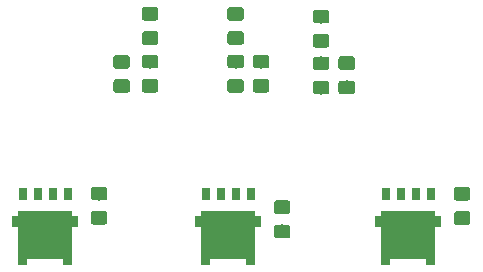
<source format=gbr>
G04 #@! TF.GenerationSoftware,KiCad,Pcbnew,(5.1.4)-1*
G04 #@! TF.CreationDate,2019-11-24T23:21:18+05:30*
G04 #@! TF.ProjectId,half_bridge_fd6288_v3.0,68616c66-5f62-4726-9964-67655f666436,rev?*
G04 #@! TF.SameCoordinates,Original*
G04 #@! TF.FileFunction,Paste,Bot*
G04 #@! TF.FilePolarity,Positive*
%FSLAX46Y46*%
G04 Gerber Fmt 4.6, Leading zero omitted, Abs format (unit mm)*
G04 Created by KiCad (PCBNEW (5.1.4)-1) date 2019-11-24 23:21:18*
%MOMM*%
%LPD*%
G04 APERTURE LIST*
%ADD10C,1.524000*%
%ADD11C,0.150000*%
%ADD12R,0.750000X1.000000*%
%ADD13C,1.150000*%
G04 APERTURE END LIST*
D10*
X45212000Y-112776000D03*
D11*
G36*
X47492000Y-111826000D02*
G01*
X47987000Y-111826000D01*
X47987000Y-112776000D01*
X47492000Y-112776000D01*
X47492000Y-115976000D01*
X46742000Y-115976000D01*
X46742000Y-115481000D01*
X43682000Y-115481000D01*
X43682000Y-115976000D01*
X42932000Y-115976000D01*
X42932000Y-112776000D01*
X42437000Y-112776000D01*
X42437000Y-111871000D01*
X42932000Y-111871000D01*
X42932000Y-111446000D01*
X47492000Y-111446000D01*
X47492000Y-111826000D01*
X47492000Y-111826000D01*
G37*
D12*
X47117000Y-109981000D03*
X45847000Y-109981000D03*
X44577000Y-109981000D03*
X43307000Y-109981000D03*
D10*
X60706000Y-112776000D03*
D11*
G36*
X62986000Y-111826000D02*
G01*
X63481000Y-111826000D01*
X63481000Y-112776000D01*
X62986000Y-112776000D01*
X62986000Y-115976000D01*
X62236000Y-115976000D01*
X62236000Y-115481000D01*
X59176000Y-115481000D01*
X59176000Y-115976000D01*
X58426000Y-115976000D01*
X58426000Y-112776000D01*
X57931000Y-112776000D01*
X57931000Y-111871000D01*
X58426000Y-111871000D01*
X58426000Y-111446000D01*
X62986000Y-111446000D01*
X62986000Y-111826000D01*
X62986000Y-111826000D01*
G37*
D12*
X62611000Y-109981000D03*
X61341000Y-109981000D03*
X60071000Y-109981000D03*
X58801000Y-109981000D03*
D10*
X75946000Y-112776000D03*
D11*
G36*
X78226000Y-111826000D02*
G01*
X78721000Y-111826000D01*
X78721000Y-112776000D01*
X78226000Y-112776000D01*
X78226000Y-115976000D01*
X77476000Y-115976000D01*
X77476000Y-115481000D01*
X74416000Y-115481000D01*
X74416000Y-115976000D01*
X73666000Y-115976000D01*
X73666000Y-112776000D01*
X73171000Y-112776000D01*
X73171000Y-111871000D01*
X73666000Y-111871000D01*
X73666000Y-111446000D01*
X78226000Y-111446000D01*
X78226000Y-111826000D01*
X78226000Y-111826000D01*
G37*
D12*
X77851000Y-109981000D03*
X76581000Y-109981000D03*
X75311000Y-109981000D03*
X74041000Y-109981000D03*
D11*
G36*
X50258505Y-111440204D02*
G01*
X50282773Y-111443804D01*
X50306572Y-111449765D01*
X50329671Y-111458030D01*
X50351850Y-111468520D01*
X50372893Y-111481132D01*
X50392599Y-111495747D01*
X50410777Y-111512223D01*
X50427253Y-111530401D01*
X50441868Y-111550107D01*
X50454480Y-111571150D01*
X50464970Y-111593329D01*
X50473235Y-111616428D01*
X50479196Y-111640227D01*
X50482796Y-111664495D01*
X50484000Y-111688999D01*
X50484000Y-112339001D01*
X50482796Y-112363505D01*
X50479196Y-112387773D01*
X50473235Y-112411572D01*
X50464970Y-112434671D01*
X50454480Y-112456850D01*
X50441868Y-112477893D01*
X50427253Y-112497599D01*
X50410777Y-112515777D01*
X50392599Y-112532253D01*
X50372893Y-112546868D01*
X50351850Y-112559480D01*
X50329671Y-112569970D01*
X50306572Y-112578235D01*
X50282773Y-112584196D01*
X50258505Y-112587796D01*
X50234001Y-112589000D01*
X49333999Y-112589000D01*
X49309495Y-112587796D01*
X49285227Y-112584196D01*
X49261428Y-112578235D01*
X49238329Y-112569970D01*
X49216150Y-112559480D01*
X49195107Y-112546868D01*
X49175401Y-112532253D01*
X49157223Y-112515777D01*
X49140747Y-112497599D01*
X49126132Y-112477893D01*
X49113520Y-112456850D01*
X49103030Y-112434671D01*
X49094765Y-112411572D01*
X49088804Y-112387773D01*
X49085204Y-112363505D01*
X49084000Y-112339001D01*
X49084000Y-111688999D01*
X49085204Y-111664495D01*
X49088804Y-111640227D01*
X49094765Y-111616428D01*
X49103030Y-111593329D01*
X49113520Y-111571150D01*
X49126132Y-111550107D01*
X49140747Y-111530401D01*
X49157223Y-111512223D01*
X49175401Y-111495747D01*
X49195107Y-111481132D01*
X49216150Y-111468520D01*
X49238329Y-111458030D01*
X49261428Y-111449765D01*
X49285227Y-111443804D01*
X49309495Y-111440204D01*
X49333999Y-111439000D01*
X50234001Y-111439000D01*
X50258505Y-111440204D01*
X50258505Y-111440204D01*
G37*
D13*
X49784000Y-112014000D03*
D11*
G36*
X50258505Y-109390204D02*
G01*
X50282773Y-109393804D01*
X50306572Y-109399765D01*
X50329671Y-109408030D01*
X50351850Y-109418520D01*
X50372893Y-109431132D01*
X50392599Y-109445747D01*
X50410777Y-109462223D01*
X50427253Y-109480401D01*
X50441868Y-109500107D01*
X50454480Y-109521150D01*
X50464970Y-109543329D01*
X50473235Y-109566428D01*
X50479196Y-109590227D01*
X50482796Y-109614495D01*
X50484000Y-109638999D01*
X50484000Y-110289001D01*
X50482796Y-110313505D01*
X50479196Y-110337773D01*
X50473235Y-110361572D01*
X50464970Y-110384671D01*
X50454480Y-110406850D01*
X50441868Y-110427893D01*
X50427253Y-110447599D01*
X50410777Y-110465777D01*
X50392599Y-110482253D01*
X50372893Y-110496868D01*
X50351850Y-110509480D01*
X50329671Y-110519970D01*
X50306572Y-110528235D01*
X50282773Y-110534196D01*
X50258505Y-110537796D01*
X50234001Y-110539000D01*
X49333999Y-110539000D01*
X49309495Y-110537796D01*
X49285227Y-110534196D01*
X49261428Y-110528235D01*
X49238329Y-110519970D01*
X49216150Y-110509480D01*
X49195107Y-110496868D01*
X49175401Y-110482253D01*
X49157223Y-110465777D01*
X49140747Y-110447599D01*
X49126132Y-110427893D01*
X49113520Y-110406850D01*
X49103030Y-110384671D01*
X49094765Y-110361572D01*
X49088804Y-110337773D01*
X49085204Y-110313505D01*
X49084000Y-110289001D01*
X49084000Y-109638999D01*
X49085204Y-109614495D01*
X49088804Y-109590227D01*
X49094765Y-109566428D01*
X49103030Y-109543329D01*
X49113520Y-109521150D01*
X49126132Y-109500107D01*
X49140747Y-109480401D01*
X49157223Y-109462223D01*
X49175401Y-109445747D01*
X49195107Y-109431132D01*
X49216150Y-109418520D01*
X49238329Y-109408030D01*
X49261428Y-109399765D01*
X49285227Y-109393804D01*
X49309495Y-109390204D01*
X49333999Y-109389000D01*
X50234001Y-109389000D01*
X50258505Y-109390204D01*
X50258505Y-109390204D01*
G37*
D13*
X49784000Y-109964000D03*
D11*
G36*
X52163505Y-100282204D02*
G01*
X52187773Y-100285804D01*
X52211572Y-100291765D01*
X52234671Y-100300030D01*
X52256850Y-100310520D01*
X52277893Y-100323132D01*
X52297599Y-100337747D01*
X52315777Y-100354223D01*
X52332253Y-100372401D01*
X52346868Y-100392107D01*
X52359480Y-100413150D01*
X52369970Y-100435329D01*
X52378235Y-100458428D01*
X52384196Y-100482227D01*
X52387796Y-100506495D01*
X52389000Y-100530999D01*
X52389000Y-101181001D01*
X52387796Y-101205505D01*
X52384196Y-101229773D01*
X52378235Y-101253572D01*
X52369970Y-101276671D01*
X52359480Y-101298850D01*
X52346868Y-101319893D01*
X52332253Y-101339599D01*
X52315777Y-101357777D01*
X52297599Y-101374253D01*
X52277893Y-101388868D01*
X52256850Y-101401480D01*
X52234671Y-101411970D01*
X52211572Y-101420235D01*
X52187773Y-101426196D01*
X52163505Y-101429796D01*
X52139001Y-101431000D01*
X51238999Y-101431000D01*
X51214495Y-101429796D01*
X51190227Y-101426196D01*
X51166428Y-101420235D01*
X51143329Y-101411970D01*
X51121150Y-101401480D01*
X51100107Y-101388868D01*
X51080401Y-101374253D01*
X51062223Y-101357777D01*
X51045747Y-101339599D01*
X51031132Y-101319893D01*
X51018520Y-101298850D01*
X51008030Y-101276671D01*
X50999765Y-101253572D01*
X50993804Y-101229773D01*
X50990204Y-101205505D01*
X50989000Y-101181001D01*
X50989000Y-100530999D01*
X50990204Y-100506495D01*
X50993804Y-100482227D01*
X50999765Y-100458428D01*
X51008030Y-100435329D01*
X51018520Y-100413150D01*
X51031132Y-100392107D01*
X51045747Y-100372401D01*
X51062223Y-100354223D01*
X51080401Y-100337747D01*
X51100107Y-100323132D01*
X51121150Y-100310520D01*
X51143329Y-100300030D01*
X51166428Y-100291765D01*
X51190227Y-100285804D01*
X51214495Y-100282204D01*
X51238999Y-100281000D01*
X52139001Y-100281000D01*
X52163505Y-100282204D01*
X52163505Y-100282204D01*
G37*
D13*
X51689000Y-100856000D03*
D11*
G36*
X52163505Y-98232204D02*
G01*
X52187773Y-98235804D01*
X52211572Y-98241765D01*
X52234671Y-98250030D01*
X52256850Y-98260520D01*
X52277893Y-98273132D01*
X52297599Y-98287747D01*
X52315777Y-98304223D01*
X52332253Y-98322401D01*
X52346868Y-98342107D01*
X52359480Y-98363150D01*
X52369970Y-98385329D01*
X52378235Y-98408428D01*
X52384196Y-98432227D01*
X52387796Y-98456495D01*
X52389000Y-98480999D01*
X52389000Y-99131001D01*
X52387796Y-99155505D01*
X52384196Y-99179773D01*
X52378235Y-99203572D01*
X52369970Y-99226671D01*
X52359480Y-99248850D01*
X52346868Y-99269893D01*
X52332253Y-99289599D01*
X52315777Y-99307777D01*
X52297599Y-99324253D01*
X52277893Y-99338868D01*
X52256850Y-99351480D01*
X52234671Y-99361970D01*
X52211572Y-99370235D01*
X52187773Y-99376196D01*
X52163505Y-99379796D01*
X52139001Y-99381000D01*
X51238999Y-99381000D01*
X51214495Y-99379796D01*
X51190227Y-99376196D01*
X51166428Y-99370235D01*
X51143329Y-99361970D01*
X51121150Y-99351480D01*
X51100107Y-99338868D01*
X51080401Y-99324253D01*
X51062223Y-99307777D01*
X51045747Y-99289599D01*
X51031132Y-99269893D01*
X51018520Y-99248850D01*
X51008030Y-99226671D01*
X50999765Y-99203572D01*
X50993804Y-99179773D01*
X50990204Y-99155505D01*
X50989000Y-99131001D01*
X50989000Y-98480999D01*
X50990204Y-98456495D01*
X50993804Y-98432227D01*
X50999765Y-98408428D01*
X51008030Y-98385329D01*
X51018520Y-98363150D01*
X51031132Y-98342107D01*
X51045747Y-98322401D01*
X51062223Y-98304223D01*
X51080401Y-98287747D01*
X51100107Y-98273132D01*
X51121150Y-98260520D01*
X51143329Y-98250030D01*
X51166428Y-98241765D01*
X51190227Y-98235804D01*
X51214495Y-98232204D01*
X51238999Y-98231000D01*
X52139001Y-98231000D01*
X52163505Y-98232204D01*
X52163505Y-98232204D01*
G37*
D13*
X51689000Y-98806000D03*
D11*
G36*
X54576505Y-100264204D02*
G01*
X54600773Y-100267804D01*
X54624572Y-100273765D01*
X54647671Y-100282030D01*
X54669850Y-100292520D01*
X54690893Y-100305132D01*
X54710599Y-100319747D01*
X54728777Y-100336223D01*
X54745253Y-100354401D01*
X54759868Y-100374107D01*
X54772480Y-100395150D01*
X54782970Y-100417329D01*
X54791235Y-100440428D01*
X54797196Y-100464227D01*
X54800796Y-100488495D01*
X54802000Y-100512999D01*
X54802000Y-101163001D01*
X54800796Y-101187505D01*
X54797196Y-101211773D01*
X54791235Y-101235572D01*
X54782970Y-101258671D01*
X54772480Y-101280850D01*
X54759868Y-101301893D01*
X54745253Y-101321599D01*
X54728777Y-101339777D01*
X54710599Y-101356253D01*
X54690893Y-101370868D01*
X54669850Y-101383480D01*
X54647671Y-101393970D01*
X54624572Y-101402235D01*
X54600773Y-101408196D01*
X54576505Y-101411796D01*
X54552001Y-101413000D01*
X53651999Y-101413000D01*
X53627495Y-101411796D01*
X53603227Y-101408196D01*
X53579428Y-101402235D01*
X53556329Y-101393970D01*
X53534150Y-101383480D01*
X53513107Y-101370868D01*
X53493401Y-101356253D01*
X53475223Y-101339777D01*
X53458747Y-101321599D01*
X53444132Y-101301893D01*
X53431520Y-101280850D01*
X53421030Y-101258671D01*
X53412765Y-101235572D01*
X53406804Y-101211773D01*
X53403204Y-101187505D01*
X53402000Y-101163001D01*
X53402000Y-100512999D01*
X53403204Y-100488495D01*
X53406804Y-100464227D01*
X53412765Y-100440428D01*
X53421030Y-100417329D01*
X53431520Y-100395150D01*
X53444132Y-100374107D01*
X53458747Y-100354401D01*
X53475223Y-100336223D01*
X53493401Y-100319747D01*
X53513107Y-100305132D01*
X53534150Y-100292520D01*
X53556329Y-100282030D01*
X53579428Y-100273765D01*
X53603227Y-100267804D01*
X53627495Y-100264204D01*
X53651999Y-100263000D01*
X54552001Y-100263000D01*
X54576505Y-100264204D01*
X54576505Y-100264204D01*
G37*
D13*
X54102000Y-100838000D03*
D11*
G36*
X54576505Y-98214204D02*
G01*
X54600773Y-98217804D01*
X54624572Y-98223765D01*
X54647671Y-98232030D01*
X54669850Y-98242520D01*
X54690893Y-98255132D01*
X54710599Y-98269747D01*
X54728777Y-98286223D01*
X54745253Y-98304401D01*
X54759868Y-98324107D01*
X54772480Y-98345150D01*
X54782970Y-98367329D01*
X54791235Y-98390428D01*
X54797196Y-98414227D01*
X54800796Y-98438495D01*
X54802000Y-98462999D01*
X54802000Y-99113001D01*
X54800796Y-99137505D01*
X54797196Y-99161773D01*
X54791235Y-99185572D01*
X54782970Y-99208671D01*
X54772480Y-99230850D01*
X54759868Y-99251893D01*
X54745253Y-99271599D01*
X54728777Y-99289777D01*
X54710599Y-99306253D01*
X54690893Y-99320868D01*
X54669850Y-99333480D01*
X54647671Y-99343970D01*
X54624572Y-99352235D01*
X54600773Y-99358196D01*
X54576505Y-99361796D01*
X54552001Y-99363000D01*
X53651999Y-99363000D01*
X53627495Y-99361796D01*
X53603227Y-99358196D01*
X53579428Y-99352235D01*
X53556329Y-99343970D01*
X53534150Y-99333480D01*
X53513107Y-99320868D01*
X53493401Y-99306253D01*
X53475223Y-99289777D01*
X53458747Y-99271599D01*
X53444132Y-99251893D01*
X53431520Y-99230850D01*
X53421030Y-99208671D01*
X53412765Y-99185572D01*
X53406804Y-99161773D01*
X53403204Y-99137505D01*
X53402000Y-99113001D01*
X53402000Y-98462999D01*
X53403204Y-98438495D01*
X53406804Y-98414227D01*
X53412765Y-98390428D01*
X53421030Y-98367329D01*
X53431520Y-98345150D01*
X53444132Y-98324107D01*
X53458747Y-98304401D01*
X53475223Y-98286223D01*
X53493401Y-98269747D01*
X53513107Y-98255132D01*
X53534150Y-98242520D01*
X53556329Y-98232030D01*
X53579428Y-98223765D01*
X53603227Y-98217804D01*
X53627495Y-98214204D01*
X53651999Y-98213000D01*
X54552001Y-98213000D01*
X54576505Y-98214204D01*
X54576505Y-98214204D01*
G37*
D13*
X54102000Y-98788000D03*
D11*
G36*
X54576505Y-94168204D02*
G01*
X54600773Y-94171804D01*
X54624572Y-94177765D01*
X54647671Y-94186030D01*
X54669850Y-94196520D01*
X54690893Y-94209132D01*
X54710599Y-94223747D01*
X54728777Y-94240223D01*
X54745253Y-94258401D01*
X54759868Y-94278107D01*
X54772480Y-94299150D01*
X54782970Y-94321329D01*
X54791235Y-94344428D01*
X54797196Y-94368227D01*
X54800796Y-94392495D01*
X54802000Y-94416999D01*
X54802000Y-95067001D01*
X54800796Y-95091505D01*
X54797196Y-95115773D01*
X54791235Y-95139572D01*
X54782970Y-95162671D01*
X54772480Y-95184850D01*
X54759868Y-95205893D01*
X54745253Y-95225599D01*
X54728777Y-95243777D01*
X54710599Y-95260253D01*
X54690893Y-95274868D01*
X54669850Y-95287480D01*
X54647671Y-95297970D01*
X54624572Y-95306235D01*
X54600773Y-95312196D01*
X54576505Y-95315796D01*
X54552001Y-95317000D01*
X53651999Y-95317000D01*
X53627495Y-95315796D01*
X53603227Y-95312196D01*
X53579428Y-95306235D01*
X53556329Y-95297970D01*
X53534150Y-95287480D01*
X53513107Y-95274868D01*
X53493401Y-95260253D01*
X53475223Y-95243777D01*
X53458747Y-95225599D01*
X53444132Y-95205893D01*
X53431520Y-95184850D01*
X53421030Y-95162671D01*
X53412765Y-95139572D01*
X53406804Y-95115773D01*
X53403204Y-95091505D01*
X53402000Y-95067001D01*
X53402000Y-94416999D01*
X53403204Y-94392495D01*
X53406804Y-94368227D01*
X53412765Y-94344428D01*
X53421030Y-94321329D01*
X53431520Y-94299150D01*
X53444132Y-94278107D01*
X53458747Y-94258401D01*
X53475223Y-94240223D01*
X53493401Y-94223747D01*
X53513107Y-94209132D01*
X53534150Y-94196520D01*
X53556329Y-94186030D01*
X53579428Y-94177765D01*
X53603227Y-94171804D01*
X53627495Y-94168204D01*
X53651999Y-94167000D01*
X54552001Y-94167000D01*
X54576505Y-94168204D01*
X54576505Y-94168204D01*
G37*
D13*
X54102000Y-94742000D03*
D11*
G36*
X54576505Y-96218204D02*
G01*
X54600773Y-96221804D01*
X54624572Y-96227765D01*
X54647671Y-96236030D01*
X54669850Y-96246520D01*
X54690893Y-96259132D01*
X54710599Y-96273747D01*
X54728777Y-96290223D01*
X54745253Y-96308401D01*
X54759868Y-96328107D01*
X54772480Y-96349150D01*
X54782970Y-96371329D01*
X54791235Y-96394428D01*
X54797196Y-96418227D01*
X54800796Y-96442495D01*
X54802000Y-96466999D01*
X54802000Y-97117001D01*
X54800796Y-97141505D01*
X54797196Y-97165773D01*
X54791235Y-97189572D01*
X54782970Y-97212671D01*
X54772480Y-97234850D01*
X54759868Y-97255893D01*
X54745253Y-97275599D01*
X54728777Y-97293777D01*
X54710599Y-97310253D01*
X54690893Y-97324868D01*
X54669850Y-97337480D01*
X54647671Y-97347970D01*
X54624572Y-97356235D01*
X54600773Y-97362196D01*
X54576505Y-97365796D01*
X54552001Y-97367000D01*
X53651999Y-97367000D01*
X53627495Y-97365796D01*
X53603227Y-97362196D01*
X53579428Y-97356235D01*
X53556329Y-97347970D01*
X53534150Y-97337480D01*
X53513107Y-97324868D01*
X53493401Y-97310253D01*
X53475223Y-97293777D01*
X53458747Y-97275599D01*
X53444132Y-97255893D01*
X53431520Y-97234850D01*
X53421030Y-97212671D01*
X53412765Y-97189572D01*
X53406804Y-97165773D01*
X53403204Y-97141505D01*
X53402000Y-97117001D01*
X53402000Y-96466999D01*
X53403204Y-96442495D01*
X53406804Y-96418227D01*
X53412765Y-96394428D01*
X53421030Y-96371329D01*
X53431520Y-96349150D01*
X53444132Y-96328107D01*
X53458747Y-96308401D01*
X53475223Y-96290223D01*
X53493401Y-96273747D01*
X53513107Y-96259132D01*
X53534150Y-96246520D01*
X53556329Y-96236030D01*
X53579428Y-96227765D01*
X53603227Y-96221804D01*
X53627495Y-96218204D01*
X53651999Y-96217000D01*
X54552001Y-96217000D01*
X54576505Y-96218204D01*
X54576505Y-96218204D01*
G37*
D13*
X54102000Y-96792000D03*
D11*
G36*
X65752505Y-112592204D02*
G01*
X65776773Y-112595804D01*
X65800572Y-112601765D01*
X65823671Y-112610030D01*
X65845850Y-112620520D01*
X65866893Y-112633132D01*
X65886599Y-112647747D01*
X65904777Y-112664223D01*
X65921253Y-112682401D01*
X65935868Y-112702107D01*
X65948480Y-112723150D01*
X65958970Y-112745329D01*
X65967235Y-112768428D01*
X65973196Y-112792227D01*
X65976796Y-112816495D01*
X65978000Y-112840999D01*
X65978000Y-113491001D01*
X65976796Y-113515505D01*
X65973196Y-113539773D01*
X65967235Y-113563572D01*
X65958970Y-113586671D01*
X65948480Y-113608850D01*
X65935868Y-113629893D01*
X65921253Y-113649599D01*
X65904777Y-113667777D01*
X65886599Y-113684253D01*
X65866893Y-113698868D01*
X65845850Y-113711480D01*
X65823671Y-113721970D01*
X65800572Y-113730235D01*
X65776773Y-113736196D01*
X65752505Y-113739796D01*
X65728001Y-113741000D01*
X64827999Y-113741000D01*
X64803495Y-113739796D01*
X64779227Y-113736196D01*
X64755428Y-113730235D01*
X64732329Y-113721970D01*
X64710150Y-113711480D01*
X64689107Y-113698868D01*
X64669401Y-113684253D01*
X64651223Y-113667777D01*
X64634747Y-113649599D01*
X64620132Y-113629893D01*
X64607520Y-113608850D01*
X64597030Y-113586671D01*
X64588765Y-113563572D01*
X64582804Y-113539773D01*
X64579204Y-113515505D01*
X64578000Y-113491001D01*
X64578000Y-112840999D01*
X64579204Y-112816495D01*
X64582804Y-112792227D01*
X64588765Y-112768428D01*
X64597030Y-112745329D01*
X64607520Y-112723150D01*
X64620132Y-112702107D01*
X64634747Y-112682401D01*
X64651223Y-112664223D01*
X64669401Y-112647747D01*
X64689107Y-112633132D01*
X64710150Y-112620520D01*
X64732329Y-112610030D01*
X64755428Y-112601765D01*
X64779227Y-112595804D01*
X64803495Y-112592204D01*
X64827999Y-112591000D01*
X65728001Y-112591000D01*
X65752505Y-112592204D01*
X65752505Y-112592204D01*
G37*
D13*
X65278000Y-113166000D03*
D11*
G36*
X65752505Y-110542204D02*
G01*
X65776773Y-110545804D01*
X65800572Y-110551765D01*
X65823671Y-110560030D01*
X65845850Y-110570520D01*
X65866893Y-110583132D01*
X65886599Y-110597747D01*
X65904777Y-110614223D01*
X65921253Y-110632401D01*
X65935868Y-110652107D01*
X65948480Y-110673150D01*
X65958970Y-110695329D01*
X65967235Y-110718428D01*
X65973196Y-110742227D01*
X65976796Y-110766495D01*
X65978000Y-110790999D01*
X65978000Y-111441001D01*
X65976796Y-111465505D01*
X65973196Y-111489773D01*
X65967235Y-111513572D01*
X65958970Y-111536671D01*
X65948480Y-111558850D01*
X65935868Y-111579893D01*
X65921253Y-111599599D01*
X65904777Y-111617777D01*
X65886599Y-111634253D01*
X65866893Y-111648868D01*
X65845850Y-111661480D01*
X65823671Y-111671970D01*
X65800572Y-111680235D01*
X65776773Y-111686196D01*
X65752505Y-111689796D01*
X65728001Y-111691000D01*
X64827999Y-111691000D01*
X64803495Y-111689796D01*
X64779227Y-111686196D01*
X64755428Y-111680235D01*
X64732329Y-111671970D01*
X64710150Y-111661480D01*
X64689107Y-111648868D01*
X64669401Y-111634253D01*
X64651223Y-111617777D01*
X64634747Y-111599599D01*
X64620132Y-111579893D01*
X64607520Y-111558850D01*
X64597030Y-111536671D01*
X64588765Y-111513572D01*
X64582804Y-111489773D01*
X64579204Y-111465505D01*
X64578000Y-111441001D01*
X64578000Y-110790999D01*
X64579204Y-110766495D01*
X64582804Y-110742227D01*
X64588765Y-110718428D01*
X64597030Y-110695329D01*
X64607520Y-110673150D01*
X64620132Y-110652107D01*
X64634747Y-110632401D01*
X64651223Y-110614223D01*
X64669401Y-110597747D01*
X64689107Y-110583132D01*
X64710150Y-110570520D01*
X64732329Y-110560030D01*
X64755428Y-110551765D01*
X64779227Y-110545804D01*
X64803495Y-110542204D01*
X64827999Y-110541000D01*
X65728001Y-110541000D01*
X65752505Y-110542204D01*
X65752505Y-110542204D01*
G37*
D13*
X65278000Y-111116000D03*
D11*
G36*
X63974505Y-98214204D02*
G01*
X63998773Y-98217804D01*
X64022572Y-98223765D01*
X64045671Y-98232030D01*
X64067850Y-98242520D01*
X64088893Y-98255132D01*
X64108599Y-98269747D01*
X64126777Y-98286223D01*
X64143253Y-98304401D01*
X64157868Y-98324107D01*
X64170480Y-98345150D01*
X64180970Y-98367329D01*
X64189235Y-98390428D01*
X64195196Y-98414227D01*
X64198796Y-98438495D01*
X64200000Y-98462999D01*
X64200000Y-99113001D01*
X64198796Y-99137505D01*
X64195196Y-99161773D01*
X64189235Y-99185572D01*
X64180970Y-99208671D01*
X64170480Y-99230850D01*
X64157868Y-99251893D01*
X64143253Y-99271599D01*
X64126777Y-99289777D01*
X64108599Y-99306253D01*
X64088893Y-99320868D01*
X64067850Y-99333480D01*
X64045671Y-99343970D01*
X64022572Y-99352235D01*
X63998773Y-99358196D01*
X63974505Y-99361796D01*
X63950001Y-99363000D01*
X63049999Y-99363000D01*
X63025495Y-99361796D01*
X63001227Y-99358196D01*
X62977428Y-99352235D01*
X62954329Y-99343970D01*
X62932150Y-99333480D01*
X62911107Y-99320868D01*
X62891401Y-99306253D01*
X62873223Y-99289777D01*
X62856747Y-99271599D01*
X62842132Y-99251893D01*
X62829520Y-99230850D01*
X62819030Y-99208671D01*
X62810765Y-99185572D01*
X62804804Y-99161773D01*
X62801204Y-99137505D01*
X62800000Y-99113001D01*
X62800000Y-98462999D01*
X62801204Y-98438495D01*
X62804804Y-98414227D01*
X62810765Y-98390428D01*
X62819030Y-98367329D01*
X62829520Y-98345150D01*
X62842132Y-98324107D01*
X62856747Y-98304401D01*
X62873223Y-98286223D01*
X62891401Y-98269747D01*
X62911107Y-98255132D01*
X62932150Y-98242520D01*
X62954329Y-98232030D01*
X62977428Y-98223765D01*
X63001227Y-98217804D01*
X63025495Y-98214204D01*
X63049999Y-98213000D01*
X63950001Y-98213000D01*
X63974505Y-98214204D01*
X63974505Y-98214204D01*
G37*
D13*
X63500000Y-98788000D03*
D11*
G36*
X63974505Y-100264204D02*
G01*
X63998773Y-100267804D01*
X64022572Y-100273765D01*
X64045671Y-100282030D01*
X64067850Y-100292520D01*
X64088893Y-100305132D01*
X64108599Y-100319747D01*
X64126777Y-100336223D01*
X64143253Y-100354401D01*
X64157868Y-100374107D01*
X64170480Y-100395150D01*
X64180970Y-100417329D01*
X64189235Y-100440428D01*
X64195196Y-100464227D01*
X64198796Y-100488495D01*
X64200000Y-100512999D01*
X64200000Y-101163001D01*
X64198796Y-101187505D01*
X64195196Y-101211773D01*
X64189235Y-101235572D01*
X64180970Y-101258671D01*
X64170480Y-101280850D01*
X64157868Y-101301893D01*
X64143253Y-101321599D01*
X64126777Y-101339777D01*
X64108599Y-101356253D01*
X64088893Y-101370868D01*
X64067850Y-101383480D01*
X64045671Y-101393970D01*
X64022572Y-101402235D01*
X63998773Y-101408196D01*
X63974505Y-101411796D01*
X63950001Y-101413000D01*
X63049999Y-101413000D01*
X63025495Y-101411796D01*
X63001227Y-101408196D01*
X62977428Y-101402235D01*
X62954329Y-101393970D01*
X62932150Y-101383480D01*
X62911107Y-101370868D01*
X62891401Y-101356253D01*
X62873223Y-101339777D01*
X62856747Y-101321599D01*
X62842132Y-101301893D01*
X62829520Y-101280850D01*
X62819030Y-101258671D01*
X62810765Y-101235572D01*
X62804804Y-101211773D01*
X62801204Y-101187505D01*
X62800000Y-101163001D01*
X62800000Y-100512999D01*
X62801204Y-100488495D01*
X62804804Y-100464227D01*
X62810765Y-100440428D01*
X62819030Y-100417329D01*
X62829520Y-100395150D01*
X62842132Y-100374107D01*
X62856747Y-100354401D01*
X62873223Y-100336223D01*
X62891401Y-100319747D01*
X62911107Y-100305132D01*
X62932150Y-100292520D01*
X62954329Y-100282030D01*
X62977428Y-100273765D01*
X63001227Y-100267804D01*
X63025495Y-100264204D01*
X63049999Y-100263000D01*
X63950001Y-100263000D01*
X63974505Y-100264204D01*
X63974505Y-100264204D01*
G37*
D13*
X63500000Y-100838000D03*
D11*
G36*
X61815505Y-98214204D02*
G01*
X61839773Y-98217804D01*
X61863572Y-98223765D01*
X61886671Y-98232030D01*
X61908850Y-98242520D01*
X61929893Y-98255132D01*
X61949599Y-98269747D01*
X61967777Y-98286223D01*
X61984253Y-98304401D01*
X61998868Y-98324107D01*
X62011480Y-98345150D01*
X62021970Y-98367329D01*
X62030235Y-98390428D01*
X62036196Y-98414227D01*
X62039796Y-98438495D01*
X62041000Y-98462999D01*
X62041000Y-99113001D01*
X62039796Y-99137505D01*
X62036196Y-99161773D01*
X62030235Y-99185572D01*
X62021970Y-99208671D01*
X62011480Y-99230850D01*
X61998868Y-99251893D01*
X61984253Y-99271599D01*
X61967777Y-99289777D01*
X61949599Y-99306253D01*
X61929893Y-99320868D01*
X61908850Y-99333480D01*
X61886671Y-99343970D01*
X61863572Y-99352235D01*
X61839773Y-99358196D01*
X61815505Y-99361796D01*
X61791001Y-99363000D01*
X60890999Y-99363000D01*
X60866495Y-99361796D01*
X60842227Y-99358196D01*
X60818428Y-99352235D01*
X60795329Y-99343970D01*
X60773150Y-99333480D01*
X60752107Y-99320868D01*
X60732401Y-99306253D01*
X60714223Y-99289777D01*
X60697747Y-99271599D01*
X60683132Y-99251893D01*
X60670520Y-99230850D01*
X60660030Y-99208671D01*
X60651765Y-99185572D01*
X60645804Y-99161773D01*
X60642204Y-99137505D01*
X60641000Y-99113001D01*
X60641000Y-98462999D01*
X60642204Y-98438495D01*
X60645804Y-98414227D01*
X60651765Y-98390428D01*
X60660030Y-98367329D01*
X60670520Y-98345150D01*
X60683132Y-98324107D01*
X60697747Y-98304401D01*
X60714223Y-98286223D01*
X60732401Y-98269747D01*
X60752107Y-98255132D01*
X60773150Y-98242520D01*
X60795329Y-98232030D01*
X60818428Y-98223765D01*
X60842227Y-98217804D01*
X60866495Y-98214204D01*
X60890999Y-98213000D01*
X61791001Y-98213000D01*
X61815505Y-98214204D01*
X61815505Y-98214204D01*
G37*
D13*
X61341000Y-98788000D03*
D11*
G36*
X61815505Y-100264204D02*
G01*
X61839773Y-100267804D01*
X61863572Y-100273765D01*
X61886671Y-100282030D01*
X61908850Y-100292520D01*
X61929893Y-100305132D01*
X61949599Y-100319747D01*
X61967777Y-100336223D01*
X61984253Y-100354401D01*
X61998868Y-100374107D01*
X62011480Y-100395150D01*
X62021970Y-100417329D01*
X62030235Y-100440428D01*
X62036196Y-100464227D01*
X62039796Y-100488495D01*
X62041000Y-100512999D01*
X62041000Y-101163001D01*
X62039796Y-101187505D01*
X62036196Y-101211773D01*
X62030235Y-101235572D01*
X62021970Y-101258671D01*
X62011480Y-101280850D01*
X61998868Y-101301893D01*
X61984253Y-101321599D01*
X61967777Y-101339777D01*
X61949599Y-101356253D01*
X61929893Y-101370868D01*
X61908850Y-101383480D01*
X61886671Y-101393970D01*
X61863572Y-101402235D01*
X61839773Y-101408196D01*
X61815505Y-101411796D01*
X61791001Y-101413000D01*
X60890999Y-101413000D01*
X60866495Y-101411796D01*
X60842227Y-101408196D01*
X60818428Y-101402235D01*
X60795329Y-101393970D01*
X60773150Y-101383480D01*
X60752107Y-101370868D01*
X60732401Y-101356253D01*
X60714223Y-101339777D01*
X60697747Y-101321599D01*
X60683132Y-101301893D01*
X60670520Y-101280850D01*
X60660030Y-101258671D01*
X60651765Y-101235572D01*
X60645804Y-101211773D01*
X60642204Y-101187505D01*
X60641000Y-101163001D01*
X60641000Y-100512999D01*
X60642204Y-100488495D01*
X60645804Y-100464227D01*
X60651765Y-100440428D01*
X60660030Y-100417329D01*
X60670520Y-100395150D01*
X60683132Y-100374107D01*
X60697747Y-100354401D01*
X60714223Y-100336223D01*
X60732401Y-100319747D01*
X60752107Y-100305132D01*
X60773150Y-100292520D01*
X60795329Y-100282030D01*
X60818428Y-100273765D01*
X60842227Y-100267804D01*
X60866495Y-100264204D01*
X60890999Y-100263000D01*
X61791001Y-100263000D01*
X61815505Y-100264204D01*
X61815505Y-100264204D01*
G37*
D13*
X61341000Y-100838000D03*
D11*
G36*
X61815505Y-94168204D02*
G01*
X61839773Y-94171804D01*
X61863572Y-94177765D01*
X61886671Y-94186030D01*
X61908850Y-94196520D01*
X61929893Y-94209132D01*
X61949599Y-94223747D01*
X61967777Y-94240223D01*
X61984253Y-94258401D01*
X61998868Y-94278107D01*
X62011480Y-94299150D01*
X62021970Y-94321329D01*
X62030235Y-94344428D01*
X62036196Y-94368227D01*
X62039796Y-94392495D01*
X62041000Y-94416999D01*
X62041000Y-95067001D01*
X62039796Y-95091505D01*
X62036196Y-95115773D01*
X62030235Y-95139572D01*
X62021970Y-95162671D01*
X62011480Y-95184850D01*
X61998868Y-95205893D01*
X61984253Y-95225599D01*
X61967777Y-95243777D01*
X61949599Y-95260253D01*
X61929893Y-95274868D01*
X61908850Y-95287480D01*
X61886671Y-95297970D01*
X61863572Y-95306235D01*
X61839773Y-95312196D01*
X61815505Y-95315796D01*
X61791001Y-95317000D01*
X60890999Y-95317000D01*
X60866495Y-95315796D01*
X60842227Y-95312196D01*
X60818428Y-95306235D01*
X60795329Y-95297970D01*
X60773150Y-95287480D01*
X60752107Y-95274868D01*
X60732401Y-95260253D01*
X60714223Y-95243777D01*
X60697747Y-95225599D01*
X60683132Y-95205893D01*
X60670520Y-95184850D01*
X60660030Y-95162671D01*
X60651765Y-95139572D01*
X60645804Y-95115773D01*
X60642204Y-95091505D01*
X60641000Y-95067001D01*
X60641000Y-94416999D01*
X60642204Y-94392495D01*
X60645804Y-94368227D01*
X60651765Y-94344428D01*
X60660030Y-94321329D01*
X60670520Y-94299150D01*
X60683132Y-94278107D01*
X60697747Y-94258401D01*
X60714223Y-94240223D01*
X60732401Y-94223747D01*
X60752107Y-94209132D01*
X60773150Y-94196520D01*
X60795329Y-94186030D01*
X60818428Y-94177765D01*
X60842227Y-94171804D01*
X60866495Y-94168204D01*
X60890999Y-94167000D01*
X61791001Y-94167000D01*
X61815505Y-94168204D01*
X61815505Y-94168204D01*
G37*
D13*
X61341000Y-94742000D03*
D11*
G36*
X61815505Y-96218204D02*
G01*
X61839773Y-96221804D01*
X61863572Y-96227765D01*
X61886671Y-96236030D01*
X61908850Y-96246520D01*
X61929893Y-96259132D01*
X61949599Y-96273747D01*
X61967777Y-96290223D01*
X61984253Y-96308401D01*
X61998868Y-96328107D01*
X62011480Y-96349150D01*
X62021970Y-96371329D01*
X62030235Y-96394428D01*
X62036196Y-96418227D01*
X62039796Y-96442495D01*
X62041000Y-96466999D01*
X62041000Y-97117001D01*
X62039796Y-97141505D01*
X62036196Y-97165773D01*
X62030235Y-97189572D01*
X62021970Y-97212671D01*
X62011480Y-97234850D01*
X61998868Y-97255893D01*
X61984253Y-97275599D01*
X61967777Y-97293777D01*
X61949599Y-97310253D01*
X61929893Y-97324868D01*
X61908850Y-97337480D01*
X61886671Y-97347970D01*
X61863572Y-97356235D01*
X61839773Y-97362196D01*
X61815505Y-97365796D01*
X61791001Y-97367000D01*
X60890999Y-97367000D01*
X60866495Y-97365796D01*
X60842227Y-97362196D01*
X60818428Y-97356235D01*
X60795329Y-97347970D01*
X60773150Y-97337480D01*
X60752107Y-97324868D01*
X60732401Y-97310253D01*
X60714223Y-97293777D01*
X60697747Y-97275599D01*
X60683132Y-97255893D01*
X60670520Y-97234850D01*
X60660030Y-97212671D01*
X60651765Y-97189572D01*
X60645804Y-97165773D01*
X60642204Y-97141505D01*
X60641000Y-97117001D01*
X60641000Y-96466999D01*
X60642204Y-96442495D01*
X60645804Y-96418227D01*
X60651765Y-96394428D01*
X60660030Y-96371329D01*
X60670520Y-96349150D01*
X60683132Y-96328107D01*
X60697747Y-96308401D01*
X60714223Y-96290223D01*
X60732401Y-96273747D01*
X60752107Y-96259132D01*
X60773150Y-96246520D01*
X60795329Y-96236030D01*
X60818428Y-96227765D01*
X60842227Y-96221804D01*
X60866495Y-96218204D01*
X60890999Y-96217000D01*
X61791001Y-96217000D01*
X61815505Y-96218204D01*
X61815505Y-96218204D01*
G37*
D13*
X61341000Y-96792000D03*
D11*
G36*
X71213505Y-98341204D02*
G01*
X71237773Y-98344804D01*
X71261572Y-98350765D01*
X71284671Y-98359030D01*
X71306850Y-98369520D01*
X71327893Y-98382132D01*
X71347599Y-98396747D01*
X71365777Y-98413223D01*
X71382253Y-98431401D01*
X71396868Y-98451107D01*
X71409480Y-98472150D01*
X71419970Y-98494329D01*
X71428235Y-98517428D01*
X71434196Y-98541227D01*
X71437796Y-98565495D01*
X71439000Y-98589999D01*
X71439000Y-99240001D01*
X71437796Y-99264505D01*
X71434196Y-99288773D01*
X71428235Y-99312572D01*
X71419970Y-99335671D01*
X71409480Y-99357850D01*
X71396868Y-99378893D01*
X71382253Y-99398599D01*
X71365777Y-99416777D01*
X71347599Y-99433253D01*
X71327893Y-99447868D01*
X71306850Y-99460480D01*
X71284671Y-99470970D01*
X71261572Y-99479235D01*
X71237773Y-99485196D01*
X71213505Y-99488796D01*
X71189001Y-99490000D01*
X70288999Y-99490000D01*
X70264495Y-99488796D01*
X70240227Y-99485196D01*
X70216428Y-99479235D01*
X70193329Y-99470970D01*
X70171150Y-99460480D01*
X70150107Y-99447868D01*
X70130401Y-99433253D01*
X70112223Y-99416777D01*
X70095747Y-99398599D01*
X70081132Y-99378893D01*
X70068520Y-99357850D01*
X70058030Y-99335671D01*
X70049765Y-99312572D01*
X70043804Y-99288773D01*
X70040204Y-99264505D01*
X70039000Y-99240001D01*
X70039000Y-98589999D01*
X70040204Y-98565495D01*
X70043804Y-98541227D01*
X70049765Y-98517428D01*
X70058030Y-98494329D01*
X70068520Y-98472150D01*
X70081132Y-98451107D01*
X70095747Y-98431401D01*
X70112223Y-98413223D01*
X70130401Y-98396747D01*
X70150107Y-98382132D01*
X70171150Y-98369520D01*
X70193329Y-98359030D01*
X70216428Y-98350765D01*
X70240227Y-98344804D01*
X70264495Y-98341204D01*
X70288999Y-98340000D01*
X71189001Y-98340000D01*
X71213505Y-98341204D01*
X71213505Y-98341204D01*
G37*
D13*
X70739000Y-98915000D03*
D11*
G36*
X71213505Y-100391204D02*
G01*
X71237773Y-100394804D01*
X71261572Y-100400765D01*
X71284671Y-100409030D01*
X71306850Y-100419520D01*
X71327893Y-100432132D01*
X71347599Y-100446747D01*
X71365777Y-100463223D01*
X71382253Y-100481401D01*
X71396868Y-100501107D01*
X71409480Y-100522150D01*
X71419970Y-100544329D01*
X71428235Y-100567428D01*
X71434196Y-100591227D01*
X71437796Y-100615495D01*
X71439000Y-100639999D01*
X71439000Y-101290001D01*
X71437796Y-101314505D01*
X71434196Y-101338773D01*
X71428235Y-101362572D01*
X71419970Y-101385671D01*
X71409480Y-101407850D01*
X71396868Y-101428893D01*
X71382253Y-101448599D01*
X71365777Y-101466777D01*
X71347599Y-101483253D01*
X71327893Y-101497868D01*
X71306850Y-101510480D01*
X71284671Y-101520970D01*
X71261572Y-101529235D01*
X71237773Y-101535196D01*
X71213505Y-101538796D01*
X71189001Y-101540000D01*
X70288999Y-101540000D01*
X70264495Y-101538796D01*
X70240227Y-101535196D01*
X70216428Y-101529235D01*
X70193329Y-101520970D01*
X70171150Y-101510480D01*
X70150107Y-101497868D01*
X70130401Y-101483253D01*
X70112223Y-101466777D01*
X70095747Y-101448599D01*
X70081132Y-101428893D01*
X70068520Y-101407850D01*
X70058030Y-101385671D01*
X70049765Y-101362572D01*
X70043804Y-101338773D01*
X70040204Y-101314505D01*
X70039000Y-101290001D01*
X70039000Y-100639999D01*
X70040204Y-100615495D01*
X70043804Y-100591227D01*
X70049765Y-100567428D01*
X70058030Y-100544329D01*
X70068520Y-100522150D01*
X70081132Y-100501107D01*
X70095747Y-100481401D01*
X70112223Y-100463223D01*
X70130401Y-100446747D01*
X70150107Y-100432132D01*
X70171150Y-100419520D01*
X70193329Y-100409030D01*
X70216428Y-100400765D01*
X70240227Y-100394804D01*
X70264495Y-100391204D01*
X70288999Y-100390000D01*
X71189001Y-100390000D01*
X71213505Y-100391204D01*
X71213505Y-100391204D01*
G37*
D13*
X70739000Y-100965000D03*
D11*
G36*
X69054505Y-98359204D02*
G01*
X69078773Y-98362804D01*
X69102572Y-98368765D01*
X69125671Y-98377030D01*
X69147850Y-98387520D01*
X69168893Y-98400132D01*
X69188599Y-98414747D01*
X69206777Y-98431223D01*
X69223253Y-98449401D01*
X69237868Y-98469107D01*
X69250480Y-98490150D01*
X69260970Y-98512329D01*
X69269235Y-98535428D01*
X69275196Y-98559227D01*
X69278796Y-98583495D01*
X69280000Y-98607999D01*
X69280000Y-99258001D01*
X69278796Y-99282505D01*
X69275196Y-99306773D01*
X69269235Y-99330572D01*
X69260970Y-99353671D01*
X69250480Y-99375850D01*
X69237868Y-99396893D01*
X69223253Y-99416599D01*
X69206777Y-99434777D01*
X69188599Y-99451253D01*
X69168893Y-99465868D01*
X69147850Y-99478480D01*
X69125671Y-99488970D01*
X69102572Y-99497235D01*
X69078773Y-99503196D01*
X69054505Y-99506796D01*
X69030001Y-99508000D01*
X68129999Y-99508000D01*
X68105495Y-99506796D01*
X68081227Y-99503196D01*
X68057428Y-99497235D01*
X68034329Y-99488970D01*
X68012150Y-99478480D01*
X67991107Y-99465868D01*
X67971401Y-99451253D01*
X67953223Y-99434777D01*
X67936747Y-99416599D01*
X67922132Y-99396893D01*
X67909520Y-99375850D01*
X67899030Y-99353671D01*
X67890765Y-99330572D01*
X67884804Y-99306773D01*
X67881204Y-99282505D01*
X67880000Y-99258001D01*
X67880000Y-98607999D01*
X67881204Y-98583495D01*
X67884804Y-98559227D01*
X67890765Y-98535428D01*
X67899030Y-98512329D01*
X67909520Y-98490150D01*
X67922132Y-98469107D01*
X67936747Y-98449401D01*
X67953223Y-98431223D01*
X67971401Y-98414747D01*
X67991107Y-98400132D01*
X68012150Y-98387520D01*
X68034329Y-98377030D01*
X68057428Y-98368765D01*
X68081227Y-98362804D01*
X68105495Y-98359204D01*
X68129999Y-98358000D01*
X69030001Y-98358000D01*
X69054505Y-98359204D01*
X69054505Y-98359204D01*
G37*
D13*
X68580000Y-98933000D03*
D11*
G36*
X69054505Y-100409204D02*
G01*
X69078773Y-100412804D01*
X69102572Y-100418765D01*
X69125671Y-100427030D01*
X69147850Y-100437520D01*
X69168893Y-100450132D01*
X69188599Y-100464747D01*
X69206777Y-100481223D01*
X69223253Y-100499401D01*
X69237868Y-100519107D01*
X69250480Y-100540150D01*
X69260970Y-100562329D01*
X69269235Y-100585428D01*
X69275196Y-100609227D01*
X69278796Y-100633495D01*
X69280000Y-100657999D01*
X69280000Y-101308001D01*
X69278796Y-101332505D01*
X69275196Y-101356773D01*
X69269235Y-101380572D01*
X69260970Y-101403671D01*
X69250480Y-101425850D01*
X69237868Y-101446893D01*
X69223253Y-101466599D01*
X69206777Y-101484777D01*
X69188599Y-101501253D01*
X69168893Y-101515868D01*
X69147850Y-101528480D01*
X69125671Y-101538970D01*
X69102572Y-101547235D01*
X69078773Y-101553196D01*
X69054505Y-101556796D01*
X69030001Y-101558000D01*
X68129999Y-101558000D01*
X68105495Y-101556796D01*
X68081227Y-101553196D01*
X68057428Y-101547235D01*
X68034329Y-101538970D01*
X68012150Y-101528480D01*
X67991107Y-101515868D01*
X67971401Y-101501253D01*
X67953223Y-101484777D01*
X67936747Y-101466599D01*
X67922132Y-101446893D01*
X67909520Y-101425850D01*
X67899030Y-101403671D01*
X67890765Y-101380572D01*
X67884804Y-101356773D01*
X67881204Y-101332505D01*
X67880000Y-101308001D01*
X67880000Y-100657999D01*
X67881204Y-100633495D01*
X67884804Y-100609227D01*
X67890765Y-100585428D01*
X67899030Y-100562329D01*
X67909520Y-100540150D01*
X67922132Y-100519107D01*
X67936747Y-100499401D01*
X67953223Y-100481223D01*
X67971401Y-100464747D01*
X67991107Y-100450132D01*
X68012150Y-100437520D01*
X68034329Y-100427030D01*
X68057428Y-100418765D01*
X68081227Y-100412804D01*
X68105495Y-100409204D01*
X68129999Y-100408000D01*
X69030001Y-100408000D01*
X69054505Y-100409204D01*
X69054505Y-100409204D01*
G37*
D13*
X68580000Y-100983000D03*
D11*
G36*
X69054505Y-96454204D02*
G01*
X69078773Y-96457804D01*
X69102572Y-96463765D01*
X69125671Y-96472030D01*
X69147850Y-96482520D01*
X69168893Y-96495132D01*
X69188599Y-96509747D01*
X69206777Y-96526223D01*
X69223253Y-96544401D01*
X69237868Y-96564107D01*
X69250480Y-96585150D01*
X69260970Y-96607329D01*
X69269235Y-96630428D01*
X69275196Y-96654227D01*
X69278796Y-96678495D01*
X69280000Y-96702999D01*
X69280000Y-97353001D01*
X69278796Y-97377505D01*
X69275196Y-97401773D01*
X69269235Y-97425572D01*
X69260970Y-97448671D01*
X69250480Y-97470850D01*
X69237868Y-97491893D01*
X69223253Y-97511599D01*
X69206777Y-97529777D01*
X69188599Y-97546253D01*
X69168893Y-97560868D01*
X69147850Y-97573480D01*
X69125671Y-97583970D01*
X69102572Y-97592235D01*
X69078773Y-97598196D01*
X69054505Y-97601796D01*
X69030001Y-97603000D01*
X68129999Y-97603000D01*
X68105495Y-97601796D01*
X68081227Y-97598196D01*
X68057428Y-97592235D01*
X68034329Y-97583970D01*
X68012150Y-97573480D01*
X67991107Y-97560868D01*
X67971401Y-97546253D01*
X67953223Y-97529777D01*
X67936747Y-97511599D01*
X67922132Y-97491893D01*
X67909520Y-97470850D01*
X67899030Y-97448671D01*
X67890765Y-97425572D01*
X67884804Y-97401773D01*
X67881204Y-97377505D01*
X67880000Y-97353001D01*
X67880000Y-96702999D01*
X67881204Y-96678495D01*
X67884804Y-96654227D01*
X67890765Y-96630428D01*
X67899030Y-96607329D01*
X67909520Y-96585150D01*
X67922132Y-96564107D01*
X67936747Y-96544401D01*
X67953223Y-96526223D01*
X67971401Y-96509747D01*
X67991107Y-96495132D01*
X68012150Y-96482520D01*
X68034329Y-96472030D01*
X68057428Y-96463765D01*
X68081227Y-96457804D01*
X68105495Y-96454204D01*
X68129999Y-96453000D01*
X69030001Y-96453000D01*
X69054505Y-96454204D01*
X69054505Y-96454204D01*
G37*
D13*
X68580000Y-97028000D03*
D11*
G36*
X69054505Y-94404204D02*
G01*
X69078773Y-94407804D01*
X69102572Y-94413765D01*
X69125671Y-94422030D01*
X69147850Y-94432520D01*
X69168893Y-94445132D01*
X69188599Y-94459747D01*
X69206777Y-94476223D01*
X69223253Y-94494401D01*
X69237868Y-94514107D01*
X69250480Y-94535150D01*
X69260970Y-94557329D01*
X69269235Y-94580428D01*
X69275196Y-94604227D01*
X69278796Y-94628495D01*
X69280000Y-94652999D01*
X69280000Y-95303001D01*
X69278796Y-95327505D01*
X69275196Y-95351773D01*
X69269235Y-95375572D01*
X69260970Y-95398671D01*
X69250480Y-95420850D01*
X69237868Y-95441893D01*
X69223253Y-95461599D01*
X69206777Y-95479777D01*
X69188599Y-95496253D01*
X69168893Y-95510868D01*
X69147850Y-95523480D01*
X69125671Y-95533970D01*
X69102572Y-95542235D01*
X69078773Y-95548196D01*
X69054505Y-95551796D01*
X69030001Y-95553000D01*
X68129999Y-95553000D01*
X68105495Y-95551796D01*
X68081227Y-95548196D01*
X68057428Y-95542235D01*
X68034329Y-95533970D01*
X68012150Y-95523480D01*
X67991107Y-95510868D01*
X67971401Y-95496253D01*
X67953223Y-95479777D01*
X67936747Y-95461599D01*
X67922132Y-95441893D01*
X67909520Y-95420850D01*
X67899030Y-95398671D01*
X67890765Y-95375572D01*
X67884804Y-95351773D01*
X67881204Y-95327505D01*
X67880000Y-95303001D01*
X67880000Y-94652999D01*
X67881204Y-94628495D01*
X67884804Y-94604227D01*
X67890765Y-94580428D01*
X67899030Y-94557329D01*
X67909520Y-94535150D01*
X67922132Y-94514107D01*
X67936747Y-94494401D01*
X67953223Y-94476223D01*
X67971401Y-94459747D01*
X67991107Y-94445132D01*
X68012150Y-94432520D01*
X68034329Y-94422030D01*
X68057428Y-94413765D01*
X68081227Y-94407804D01*
X68105495Y-94404204D01*
X68129999Y-94403000D01*
X69030001Y-94403000D01*
X69054505Y-94404204D01*
X69054505Y-94404204D01*
G37*
D13*
X68580000Y-94978000D03*
D11*
G36*
X80992505Y-111458204D02*
G01*
X81016773Y-111461804D01*
X81040572Y-111467765D01*
X81063671Y-111476030D01*
X81085850Y-111486520D01*
X81106893Y-111499132D01*
X81126599Y-111513747D01*
X81144777Y-111530223D01*
X81161253Y-111548401D01*
X81175868Y-111568107D01*
X81188480Y-111589150D01*
X81198970Y-111611329D01*
X81207235Y-111634428D01*
X81213196Y-111658227D01*
X81216796Y-111682495D01*
X81218000Y-111706999D01*
X81218000Y-112357001D01*
X81216796Y-112381505D01*
X81213196Y-112405773D01*
X81207235Y-112429572D01*
X81198970Y-112452671D01*
X81188480Y-112474850D01*
X81175868Y-112495893D01*
X81161253Y-112515599D01*
X81144777Y-112533777D01*
X81126599Y-112550253D01*
X81106893Y-112564868D01*
X81085850Y-112577480D01*
X81063671Y-112587970D01*
X81040572Y-112596235D01*
X81016773Y-112602196D01*
X80992505Y-112605796D01*
X80968001Y-112607000D01*
X80067999Y-112607000D01*
X80043495Y-112605796D01*
X80019227Y-112602196D01*
X79995428Y-112596235D01*
X79972329Y-112587970D01*
X79950150Y-112577480D01*
X79929107Y-112564868D01*
X79909401Y-112550253D01*
X79891223Y-112533777D01*
X79874747Y-112515599D01*
X79860132Y-112495893D01*
X79847520Y-112474850D01*
X79837030Y-112452671D01*
X79828765Y-112429572D01*
X79822804Y-112405773D01*
X79819204Y-112381505D01*
X79818000Y-112357001D01*
X79818000Y-111706999D01*
X79819204Y-111682495D01*
X79822804Y-111658227D01*
X79828765Y-111634428D01*
X79837030Y-111611329D01*
X79847520Y-111589150D01*
X79860132Y-111568107D01*
X79874747Y-111548401D01*
X79891223Y-111530223D01*
X79909401Y-111513747D01*
X79929107Y-111499132D01*
X79950150Y-111486520D01*
X79972329Y-111476030D01*
X79995428Y-111467765D01*
X80019227Y-111461804D01*
X80043495Y-111458204D01*
X80067999Y-111457000D01*
X80968001Y-111457000D01*
X80992505Y-111458204D01*
X80992505Y-111458204D01*
G37*
D13*
X80518000Y-112032000D03*
D11*
G36*
X80992505Y-109408204D02*
G01*
X81016773Y-109411804D01*
X81040572Y-109417765D01*
X81063671Y-109426030D01*
X81085850Y-109436520D01*
X81106893Y-109449132D01*
X81126599Y-109463747D01*
X81144777Y-109480223D01*
X81161253Y-109498401D01*
X81175868Y-109518107D01*
X81188480Y-109539150D01*
X81198970Y-109561329D01*
X81207235Y-109584428D01*
X81213196Y-109608227D01*
X81216796Y-109632495D01*
X81218000Y-109656999D01*
X81218000Y-110307001D01*
X81216796Y-110331505D01*
X81213196Y-110355773D01*
X81207235Y-110379572D01*
X81198970Y-110402671D01*
X81188480Y-110424850D01*
X81175868Y-110445893D01*
X81161253Y-110465599D01*
X81144777Y-110483777D01*
X81126599Y-110500253D01*
X81106893Y-110514868D01*
X81085850Y-110527480D01*
X81063671Y-110537970D01*
X81040572Y-110546235D01*
X81016773Y-110552196D01*
X80992505Y-110555796D01*
X80968001Y-110557000D01*
X80067999Y-110557000D01*
X80043495Y-110555796D01*
X80019227Y-110552196D01*
X79995428Y-110546235D01*
X79972329Y-110537970D01*
X79950150Y-110527480D01*
X79929107Y-110514868D01*
X79909401Y-110500253D01*
X79891223Y-110483777D01*
X79874747Y-110465599D01*
X79860132Y-110445893D01*
X79847520Y-110424850D01*
X79837030Y-110402671D01*
X79828765Y-110379572D01*
X79822804Y-110355773D01*
X79819204Y-110331505D01*
X79818000Y-110307001D01*
X79818000Y-109656999D01*
X79819204Y-109632495D01*
X79822804Y-109608227D01*
X79828765Y-109584428D01*
X79837030Y-109561329D01*
X79847520Y-109539150D01*
X79860132Y-109518107D01*
X79874747Y-109498401D01*
X79891223Y-109480223D01*
X79909401Y-109463747D01*
X79929107Y-109449132D01*
X79950150Y-109436520D01*
X79972329Y-109426030D01*
X79995428Y-109417765D01*
X80019227Y-109411804D01*
X80043495Y-109408204D01*
X80067999Y-109407000D01*
X80968001Y-109407000D01*
X80992505Y-109408204D01*
X80992505Y-109408204D01*
G37*
D13*
X80518000Y-109982000D03*
M02*

</source>
